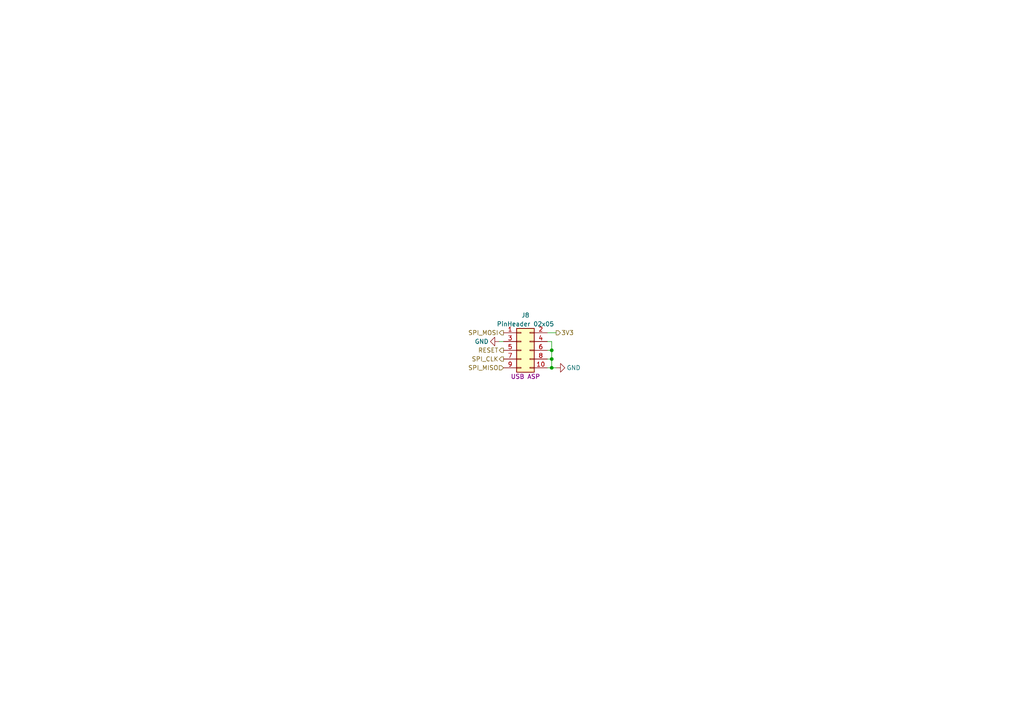
<source format=kicad_sch>
(kicad_sch (version 20211123) (generator eeschema)
  (paper "A4")
  (title_block (title "AIO438-Mainboard-TPCB") (date "2022-04-27") (rev "0.1") (company "ZOUDIO"))
  (lib_symbols
    (symbol "Connector_Generic:Conn_02x05_Odd_Even" (pin_names (offset 1.016) hide)
      (property "Reference" "J" (at 1.27 7.62 0))
      (property "Value" "Conn_02x05_Odd_Even" (at 1.27 -7.62 0))
      (symbol "Conn_02x05_Odd_Even_1_1"
        (rectangle (start -1.27 -4.953) (end 0 -5.207) (stroke (width 0.1524)))
        (rectangle (start -1.27 -2.413) (end 0 -2.667) (stroke (width 0.1524)))
        (rectangle (start -1.27 0.127) (end 0 -0.127) (stroke (width 0.1524)))
        (rectangle (start -1.27 2.667) (end 0 2.413) (stroke (width 0.1524)))
        (rectangle (start -1.27 5.207) (end 0 4.953) (stroke (width 0.1524)))
        (rectangle (start -1.27 6.35) (end 3.81 -6.35) (stroke (width 0.254)) (fill (type background)))
        (rectangle (start 3.81 -4.953) (end 2.54 -5.207) (stroke (width 0.1524)))
        (rectangle (start 3.81 -2.413) (end 2.54 -2.667) (stroke (width 0.1524)))
        (rectangle (start 3.81 0.127) (end 2.54 -0.127) (stroke (width 0.1524)))
        (rectangle (start 3.81 2.667) (end 2.54 2.413) (stroke (width 0.1524)))
        (rectangle (start 3.81 5.207) (end 2.54 4.953) (stroke (width 0.1524)))
        (pin passive line (at -5.08 5.08 0) (length 3.81) (name "Pin_1") (number "1"))
        (pin passive line (at 7.62 -5.08 180) (length 3.81) (name "Pin_10") (number "10"))
        (pin passive line (at 7.62 5.08 180) (length 3.81) (name "Pin_2") (number "2"))
        (pin passive line (at -5.08 2.54 0) (length 3.81) (name "Pin_3") (number "3"))
        (pin passive line (at 7.62 2.54 180) (length 3.81) (name "Pin_4") (number "4"))
        (pin passive line (at -5.08 0 0) (length 3.81) (name "Pin_5") (number "5"))
        (pin passive line (at 7.62 0 180) (length 3.81) (name "Pin_6") (number "6"))
        (pin passive line (at -5.08 -2.54 0) (length 3.81) (name "Pin_7") (number "7"))
        (pin passive line (at 7.62 -2.54 180) (length 3.81) (name "Pin_8") (number "8"))
        (pin passive line (at -5.08 -5.08 0) (length 3.81) (name "Pin_9") (number "9"))
      )
    )
    (symbol "power:GND" (power) (pin_names (offset 0))
      (property "Value" "GND" (at 0 -3.81 0))
      (symbol "GND_0_1"
        (polyline (pts (xy 0 0) (xy 0 -1.27) (xy 1.27 -1.27) (xy 0 -2.54) (xy -1.27 -1.27) (xy 0 -1.27)))
      )
      (symbol "GND_1_1"
        (pin power_in line (at 0 0 270) (length 0) hide (name "GND") (number "1"))
      )
    )
  )
  (junction (at 160.02 106.68))
  (junction (at 160.02 104.14))
  (junction (at 160.02 101.6))
  (wire (pts (xy 144.78 99.06) (xy 146.05 99.06)))
  (wire (pts (xy 160.02 101.6) (xy 160.02 104.14)))
  (wire (pts (xy 160.02 106.68) (xy 161.29 106.68)))
  (wire (pts (xy 158.75 104.14) (xy 160.02 104.14)))
  (wire (pts (xy 158.75 101.6) (xy 160.02 101.6)))
  (wire (pts (xy 158.75 96.52) (xy 161.29 96.52)))
  (wire (pts (xy 160.02 104.14) (xy 160.02 106.68)))
  (wire (pts (xy 158.75 106.68) (xy 160.02 106.68)))
  (wire (pts (xy 158.75 99.06) (xy 160.02 99.06)))
  (wire (pts (xy 160.02 99.06) (xy 160.02 101.6)))
  (hierarchical_label "RESET" (shape output) (at 146.05 101.6 180))
  (hierarchical_label "SPI_CLK" (shape output) (at 146.05 104.14 180))
  (hierarchical_label "SPI_MISO" (shape input) (at 146.05 106.68 180))
  (hierarchical_label "SPI_MOSI" (shape output) (at 146.05 96.52 180))
  (hierarchical_label "3V3" (shape output) (at 161.29 96.52 0))
  (symbol (lib_id "power:GND") (at 144.78 99.06 270) (unit 1)
    (property "Reference" "#PWR0101" (effects hide))
    (property "Value" "GND" (at 139.7 99.06 90))
  )
  (symbol (lib_id "power:GND") (at 161.29 106.68 90) (unit 1)
    (property "Reference" "#PWR0105" (effects hide))
    (property "Value" "GND" (at 166.37 106.68 90))
  )
  (symbol (lib_id "Connector_Generic:Conn_02x05_Odd_Even") (at 151.13 101.6 0) (unit 1)
    (property "Reference" "J8" (at 152.4 91.44 0))
    (property "Value" "PinHeader 02x05" (at 152.4 93.98 0))
    (property "Footprint" "Connector_IDC:IDC-Header_2x05_P2.54mm_Vertical" (effects hide))
    (property "Function" "USB ASP" (at 152.4 109.22 0))
  )
)
</source>
